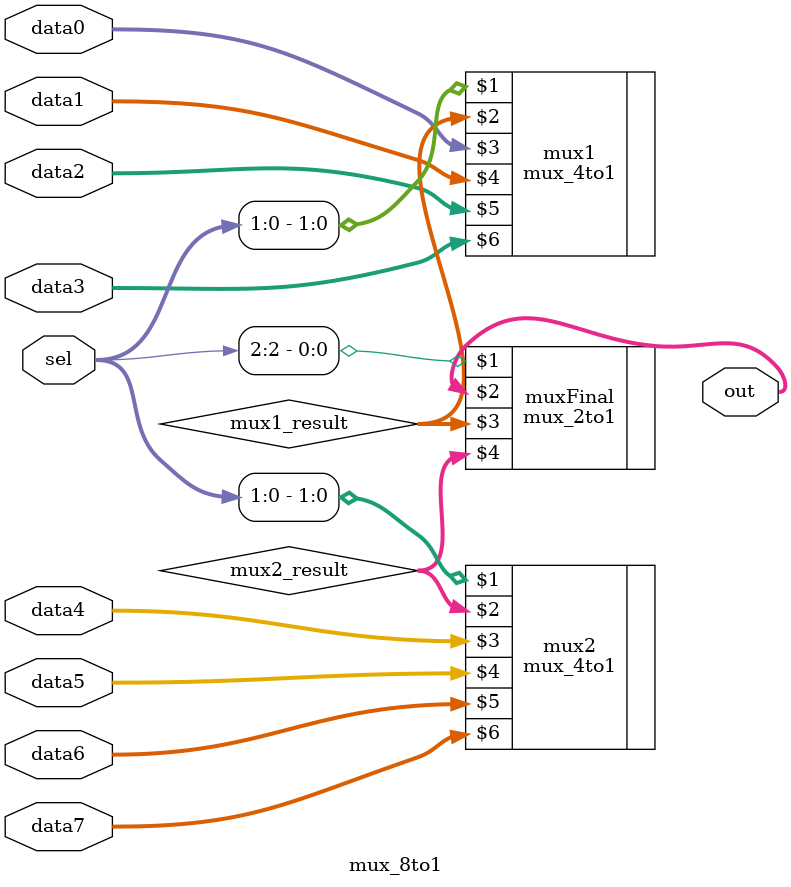
<source format=v>
module mux_8to1(sel,out,data0,data1,data2,data3,data4,data5,data6,data7);
	input[31:0] data0,data1,data2,data3,data4,data5,data6,data7;
	input[2:0] sel;
	output[31:0] out;
	
	wire[31:0] mux1_result,mux2_result;
	
	mux_4to1 mux1(sel[1:0],mux1_result,data0,data1,data2,data3);
	mux_4to1 mux2(sel[1:0],mux2_result,data4,data5,data6,data7);
	
	mux_2to1 muxFinal(sel[2],out,mux1_result,mux2_result);
	
endmodule

</source>
